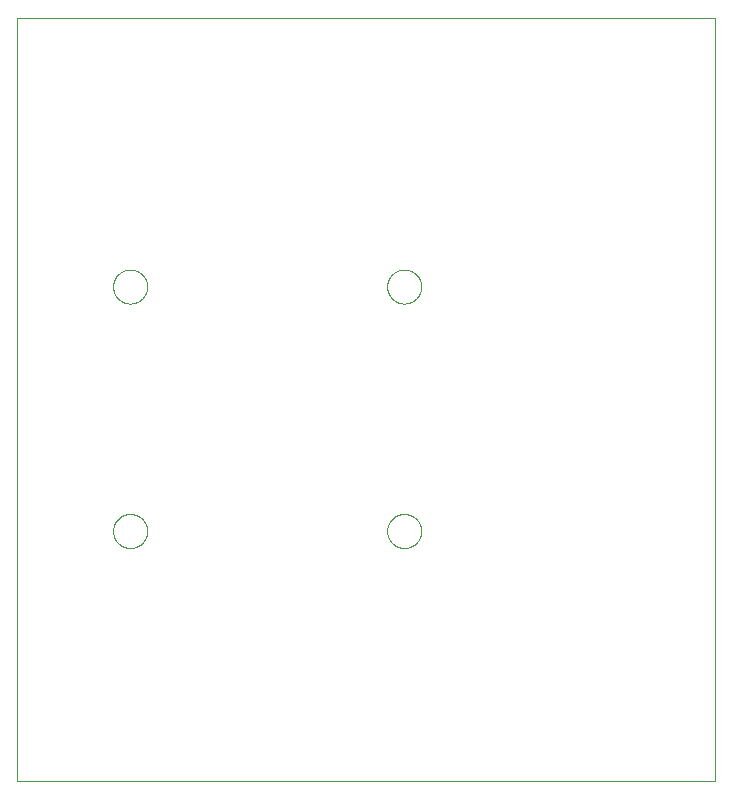
<source format=gko>
G75*
%MOIN*%
%OFA0B0*%
%FSLAX25Y25*%
%IPPOS*%
%LPD*%
%AMOC8*
5,1,8,0,0,1.08239X$1,22.5*
%
%ADD10C,0.00000*%
D10*
X0001000Y0048484D02*
X0001000Y0302642D01*
X0233572Y0302642D01*
X0233572Y0048484D01*
X0001000Y0048484D01*
X0032903Y0131776D02*
X0032905Y0131926D01*
X0032911Y0132076D01*
X0032921Y0132226D01*
X0032935Y0132376D01*
X0032953Y0132525D01*
X0032975Y0132674D01*
X0033000Y0132822D01*
X0033030Y0132969D01*
X0033064Y0133116D01*
X0033101Y0133261D01*
X0033142Y0133406D01*
X0033187Y0133549D01*
X0033236Y0133691D01*
X0033289Y0133832D01*
X0033345Y0133971D01*
X0033405Y0134109D01*
X0033469Y0134245D01*
X0033536Y0134380D01*
X0033607Y0134512D01*
X0033681Y0134643D01*
X0033759Y0134772D01*
X0033840Y0134898D01*
X0033925Y0135022D01*
X0034012Y0135145D01*
X0034103Y0135264D01*
X0034197Y0135381D01*
X0034294Y0135496D01*
X0034394Y0135608D01*
X0034498Y0135718D01*
X0034603Y0135824D01*
X0034712Y0135928D01*
X0034824Y0136029D01*
X0034938Y0136127D01*
X0035054Y0136222D01*
X0035173Y0136313D01*
X0035295Y0136402D01*
X0035419Y0136487D01*
X0035545Y0136569D01*
X0035673Y0136647D01*
X0035803Y0136723D01*
X0035935Y0136794D01*
X0036069Y0136862D01*
X0036205Y0136927D01*
X0036342Y0136988D01*
X0036481Y0137045D01*
X0036621Y0137099D01*
X0036763Y0137149D01*
X0036906Y0137195D01*
X0037050Y0137237D01*
X0037196Y0137275D01*
X0037342Y0137310D01*
X0037489Y0137341D01*
X0037637Y0137367D01*
X0037786Y0137390D01*
X0037935Y0137409D01*
X0038084Y0137424D01*
X0038234Y0137435D01*
X0038384Y0137442D01*
X0038534Y0137445D01*
X0038685Y0137444D01*
X0038835Y0137439D01*
X0038985Y0137430D01*
X0039135Y0137417D01*
X0039284Y0137400D01*
X0039433Y0137379D01*
X0039581Y0137354D01*
X0039729Y0137326D01*
X0039875Y0137293D01*
X0040021Y0137257D01*
X0040166Y0137216D01*
X0040310Y0137172D01*
X0040452Y0137124D01*
X0040593Y0137072D01*
X0040733Y0137017D01*
X0040871Y0136958D01*
X0041007Y0136895D01*
X0041142Y0136829D01*
X0041275Y0136759D01*
X0041406Y0136685D01*
X0041536Y0136609D01*
X0041663Y0136528D01*
X0041788Y0136445D01*
X0041910Y0136358D01*
X0042031Y0136268D01*
X0042148Y0136175D01*
X0042264Y0136078D01*
X0042376Y0135979D01*
X0042487Y0135876D01*
X0042594Y0135771D01*
X0042698Y0135663D01*
X0042800Y0135553D01*
X0042899Y0135439D01*
X0042994Y0135323D01*
X0043087Y0135205D01*
X0043176Y0135084D01*
X0043262Y0134961D01*
X0043345Y0134835D01*
X0043424Y0134708D01*
X0043500Y0134578D01*
X0043573Y0134446D01*
X0043642Y0134313D01*
X0043707Y0134177D01*
X0043769Y0134041D01*
X0043827Y0133902D01*
X0043882Y0133762D01*
X0043933Y0133620D01*
X0043980Y0133478D01*
X0044023Y0133334D01*
X0044062Y0133189D01*
X0044098Y0133043D01*
X0044129Y0132896D01*
X0044157Y0132748D01*
X0044181Y0132600D01*
X0044201Y0132451D01*
X0044217Y0132301D01*
X0044229Y0132151D01*
X0044237Y0132001D01*
X0044241Y0131851D01*
X0044241Y0131701D01*
X0044237Y0131551D01*
X0044229Y0131401D01*
X0044217Y0131251D01*
X0044201Y0131101D01*
X0044181Y0130952D01*
X0044157Y0130804D01*
X0044129Y0130656D01*
X0044098Y0130509D01*
X0044062Y0130363D01*
X0044023Y0130218D01*
X0043980Y0130074D01*
X0043933Y0129932D01*
X0043882Y0129790D01*
X0043827Y0129650D01*
X0043769Y0129511D01*
X0043707Y0129375D01*
X0043642Y0129239D01*
X0043573Y0129106D01*
X0043500Y0128974D01*
X0043424Y0128844D01*
X0043345Y0128717D01*
X0043262Y0128591D01*
X0043176Y0128468D01*
X0043087Y0128347D01*
X0042994Y0128229D01*
X0042899Y0128113D01*
X0042800Y0127999D01*
X0042698Y0127889D01*
X0042594Y0127781D01*
X0042487Y0127676D01*
X0042376Y0127573D01*
X0042264Y0127474D01*
X0042148Y0127377D01*
X0042031Y0127284D01*
X0041910Y0127194D01*
X0041788Y0127107D01*
X0041663Y0127024D01*
X0041536Y0126943D01*
X0041407Y0126867D01*
X0041275Y0126793D01*
X0041142Y0126723D01*
X0041007Y0126657D01*
X0040871Y0126594D01*
X0040733Y0126535D01*
X0040593Y0126480D01*
X0040452Y0126428D01*
X0040310Y0126380D01*
X0040166Y0126336D01*
X0040021Y0126295D01*
X0039875Y0126259D01*
X0039729Y0126226D01*
X0039581Y0126198D01*
X0039433Y0126173D01*
X0039284Y0126152D01*
X0039135Y0126135D01*
X0038985Y0126122D01*
X0038835Y0126113D01*
X0038685Y0126108D01*
X0038534Y0126107D01*
X0038384Y0126110D01*
X0038234Y0126117D01*
X0038084Y0126128D01*
X0037935Y0126143D01*
X0037786Y0126162D01*
X0037637Y0126185D01*
X0037489Y0126211D01*
X0037342Y0126242D01*
X0037196Y0126277D01*
X0037050Y0126315D01*
X0036906Y0126357D01*
X0036763Y0126403D01*
X0036621Y0126453D01*
X0036481Y0126507D01*
X0036342Y0126564D01*
X0036205Y0126625D01*
X0036069Y0126690D01*
X0035935Y0126758D01*
X0035803Y0126829D01*
X0035673Y0126905D01*
X0035545Y0126983D01*
X0035419Y0127065D01*
X0035295Y0127150D01*
X0035173Y0127239D01*
X0035054Y0127330D01*
X0034938Y0127425D01*
X0034824Y0127523D01*
X0034712Y0127624D01*
X0034603Y0127728D01*
X0034498Y0127834D01*
X0034394Y0127944D01*
X0034294Y0128056D01*
X0034197Y0128171D01*
X0034103Y0128288D01*
X0034012Y0128407D01*
X0033925Y0128530D01*
X0033840Y0128654D01*
X0033759Y0128780D01*
X0033681Y0128909D01*
X0033607Y0129040D01*
X0033536Y0129172D01*
X0033469Y0129307D01*
X0033405Y0129443D01*
X0033345Y0129581D01*
X0033289Y0129720D01*
X0033236Y0129861D01*
X0033187Y0130003D01*
X0033142Y0130146D01*
X0033101Y0130291D01*
X0033064Y0130436D01*
X0033030Y0130583D01*
X0033000Y0130730D01*
X0032975Y0130878D01*
X0032953Y0131027D01*
X0032935Y0131176D01*
X0032921Y0131326D01*
X0032911Y0131476D01*
X0032905Y0131626D01*
X0032903Y0131776D01*
X0032903Y0213272D02*
X0032905Y0213422D01*
X0032911Y0213572D01*
X0032921Y0213722D01*
X0032935Y0213872D01*
X0032953Y0214021D01*
X0032975Y0214170D01*
X0033000Y0214318D01*
X0033030Y0214465D01*
X0033064Y0214612D01*
X0033101Y0214757D01*
X0033142Y0214902D01*
X0033187Y0215045D01*
X0033236Y0215187D01*
X0033289Y0215328D01*
X0033345Y0215467D01*
X0033405Y0215605D01*
X0033469Y0215741D01*
X0033536Y0215876D01*
X0033607Y0216008D01*
X0033681Y0216139D01*
X0033759Y0216268D01*
X0033840Y0216394D01*
X0033925Y0216518D01*
X0034012Y0216641D01*
X0034103Y0216760D01*
X0034197Y0216877D01*
X0034294Y0216992D01*
X0034394Y0217104D01*
X0034498Y0217214D01*
X0034603Y0217320D01*
X0034712Y0217424D01*
X0034824Y0217525D01*
X0034938Y0217623D01*
X0035054Y0217718D01*
X0035173Y0217809D01*
X0035295Y0217898D01*
X0035419Y0217983D01*
X0035545Y0218065D01*
X0035673Y0218143D01*
X0035803Y0218219D01*
X0035935Y0218290D01*
X0036069Y0218358D01*
X0036205Y0218423D01*
X0036342Y0218484D01*
X0036481Y0218541D01*
X0036621Y0218595D01*
X0036763Y0218645D01*
X0036906Y0218691D01*
X0037050Y0218733D01*
X0037196Y0218771D01*
X0037342Y0218806D01*
X0037489Y0218837D01*
X0037637Y0218863D01*
X0037786Y0218886D01*
X0037935Y0218905D01*
X0038084Y0218920D01*
X0038234Y0218931D01*
X0038384Y0218938D01*
X0038534Y0218941D01*
X0038685Y0218940D01*
X0038835Y0218935D01*
X0038985Y0218926D01*
X0039135Y0218913D01*
X0039284Y0218896D01*
X0039433Y0218875D01*
X0039581Y0218850D01*
X0039729Y0218822D01*
X0039875Y0218789D01*
X0040021Y0218753D01*
X0040166Y0218712D01*
X0040310Y0218668D01*
X0040452Y0218620D01*
X0040593Y0218568D01*
X0040733Y0218513D01*
X0040871Y0218454D01*
X0041007Y0218391D01*
X0041142Y0218325D01*
X0041275Y0218255D01*
X0041406Y0218181D01*
X0041536Y0218105D01*
X0041663Y0218024D01*
X0041788Y0217941D01*
X0041910Y0217854D01*
X0042031Y0217764D01*
X0042148Y0217671D01*
X0042264Y0217574D01*
X0042376Y0217475D01*
X0042487Y0217372D01*
X0042594Y0217267D01*
X0042698Y0217159D01*
X0042800Y0217049D01*
X0042899Y0216935D01*
X0042994Y0216819D01*
X0043087Y0216701D01*
X0043176Y0216580D01*
X0043262Y0216457D01*
X0043345Y0216331D01*
X0043424Y0216204D01*
X0043500Y0216074D01*
X0043573Y0215942D01*
X0043642Y0215809D01*
X0043707Y0215673D01*
X0043769Y0215537D01*
X0043827Y0215398D01*
X0043882Y0215258D01*
X0043933Y0215116D01*
X0043980Y0214974D01*
X0044023Y0214830D01*
X0044062Y0214685D01*
X0044098Y0214539D01*
X0044129Y0214392D01*
X0044157Y0214244D01*
X0044181Y0214096D01*
X0044201Y0213947D01*
X0044217Y0213797D01*
X0044229Y0213647D01*
X0044237Y0213497D01*
X0044241Y0213347D01*
X0044241Y0213197D01*
X0044237Y0213047D01*
X0044229Y0212897D01*
X0044217Y0212747D01*
X0044201Y0212597D01*
X0044181Y0212448D01*
X0044157Y0212300D01*
X0044129Y0212152D01*
X0044098Y0212005D01*
X0044062Y0211859D01*
X0044023Y0211714D01*
X0043980Y0211570D01*
X0043933Y0211428D01*
X0043882Y0211286D01*
X0043827Y0211146D01*
X0043769Y0211007D01*
X0043707Y0210871D01*
X0043642Y0210735D01*
X0043573Y0210602D01*
X0043500Y0210470D01*
X0043424Y0210340D01*
X0043345Y0210213D01*
X0043262Y0210087D01*
X0043176Y0209964D01*
X0043087Y0209843D01*
X0042994Y0209725D01*
X0042899Y0209609D01*
X0042800Y0209495D01*
X0042698Y0209385D01*
X0042594Y0209277D01*
X0042487Y0209172D01*
X0042376Y0209069D01*
X0042264Y0208970D01*
X0042148Y0208873D01*
X0042031Y0208780D01*
X0041910Y0208690D01*
X0041788Y0208603D01*
X0041663Y0208520D01*
X0041536Y0208439D01*
X0041407Y0208363D01*
X0041275Y0208289D01*
X0041142Y0208219D01*
X0041007Y0208153D01*
X0040871Y0208090D01*
X0040733Y0208031D01*
X0040593Y0207976D01*
X0040452Y0207924D01*
X0040310Y0207876D01*
X0040166Y0207832D01*
X0040021Y0207791D01*
X0039875Y0207755D01*
X0039729Y0207722D01*
X0039581Y0207694D01*
X0039433Y0207669D01*
X0039284Y0207648D01*
X0039135Y0207631D01*
X0038985Y0207618D01*
X0038835Y0207609D01*
X0038685Y0207604D01*
X0038534Y0207603D01*
X0038384Y0207606D01*
X0038234Y0207613D01*
X0038084Y0207624D01*
X0037935Y0207639D01*
X0037786Y0207658D01*
X0037637Y0207681D01*
X0037489Y0207707D01*
X0037342Y0207738D01*
X0037196Y0207773D01*
X0037050Y0207811D01*
X0036906Y0207853D01*
X0036763Y0207899D01*
X0036621Y0207949D01*
X0036481Y0208003D01*
X0036342Y0208060D01*
X0036205Y0208121D01*
X0036069Y0208186D01*
X0035935Y0208254D01*
X0035803Y0208325D01*
X0035673Y0208401D01*
X0035545Y0208479D01*
X0035419Y0208561D01*
X0035295Y0208646D01*
X0035173Y0208735D01*
X0035054Y0208826D01*
X0034938Y0208921D01*
X0034824Y0209019D01*
X0034712Y0209120D01*
X0034603Y0209224D01*
X0034498Y0209330D01*
X0034394Y0209440D01*
X0034294Y0209552D01*
X0034197Y0209667D01*
X0034103Y0209784D01*
X0034012Y0209903D01*
X0033925Y0210026D01*
X0033840Y0210150D01*
X0033759Y0210276D01*
X0033681Y0210405D01*
X0033607Y0210536D01*
X0033536Y0210668D01*
X0033469Y0210803D01*
X0033405Y0210939D01*
X0033345Y0211077D01*
X0033289Y0211216D01*
X0033236Y0211357D01*
X0033187Y0211499D01*
X0033142Y0211642D01*
X0033101Y0211787D01*
X0033064Y0211932D01*
X0033030Y0212079D01*
X0033000Y0212226D01*
X0032975Y0212374D01*
X0032953Y0212523D01*
X0032935Y0212672D01*
X0032921Y0212822D01*
X0032911Y0212972D01*
X0032905Y0213122D01*
X0032903Y0213272D01*
X0124242Y0213272D02*
X0124244Y0213422D01*
X0124250Y0213572D01*
X0124260Y0213722D01*
X0124274Y0213872D01*
X0124292Y0214021D01*
X0124314Y0214170D01*
X0124339Y0214318D01*
X0124369Y0214465D01*
X0124403Y0214612D01*
X0124440Y0214757D01*
X0124481Y0214902D01*
X0124526Y0215045D01*
X0124575Y0215187D01*
X0124628Y0215328D01*
X0124684Y0215467D01*
X0124744Y0215605D01*
X0124808Y0215741D01*
X0124875Y0215876D01*
X0124946Y0216008D01*
X0125020Y0216139D01*
X0125098Y0216268D01*
X0125179Y0216394D01*
X0125264Y0216518D01*
X0125351Y0216641D01*
X0125442Y0216760D01*
X0125536Y0216877D01*
X0125633Y0216992D01*
X0125733Y0217104D01*
X0125837Y0217214D01*
X0125942Y0217320D01*
X0126051Y0217424D01*
X0126163Y0217525D01*
X0126277Y0217623D01*
X0126393Y0217718D01*
X0126512Y0217809D01*
X0126634Y0217898D01*
X0126758Y0217983D01*
X0126884Y0218065D01*
X0127012Y0218143D01*
X0127142Y0218219D01*
X0127274Y0218290D01*
X0127408Y0218358D01*
X0127544Y0218423D01*
X0127681Y0218484D01*
X0127820Y0218541D01*
X0127960Y0218595D01*
X0128102Y0218645D01*
X0128245Y0218691D01*
X0128389Y0218733D01*
X0128535Y0218771D01*
X0128681Y0218806D01*
X0128828Y0218837D01*
X0128976Y0218863D01*
X0129125Y0218886D01*
X0129274Y0218905D01*
X0129423Y0218920D01*
X0129573Y0218931D01*
X0129723Y0218938D01*
X0129873Y0218941D01*
X0130024Y0218940D01*
X0130174Y0218935D01*
X0130324Y0218926D01*
X0130474Y0218913D01*
X0130623Y0218896D01*
X0130772Y0218875D01*
X0130920Y0218850D01*
X0131068Y0218822D01*
X0131214Y0218789D01*
X0131360Y0218753D01*
X0131505Y0218712D01*
X0131649Y0218668D01*
X0131791Y0218620D01*
X0131932Y0218568D01*
X0132072Y0218513D01*
X0132210Y0218454D01*
X0132346Y0218391D01*
X0132481Y0218325D01*
X0132614Y0218255D01*
X0132745Y0218181D01*
X0132875Y0218105D01*
X0133002Y0218024D01*
X0133127Y0217941D01*
X0133249Y0217854D01*
X0133370Y0217764D01*
X0133487Y0217671D01*
X0133603Y0217574D01*
X0133715Y0217475D01*
X0133826Y0217372D01*
X0133933Y0217267D01*
X0134037Y0217159D01*
X0134139Y0217049D01*
X0134238Y0216935D01*
X0134333Y0216819D01*
X0134426Y0216701D01*
X0134515Y0216580D01*
X0134601Y0216457D01*
X0134684Y0216331D01*
X0134763Y0216204D01*
X0134839Y0216074D01*
X0134912Y0215942D01*
X0134981Y0215809D01*
X0135046Y0215673D01*
X0135108Y0215537D01*
X0135166Y0215398D01*
X0135221Y0215258D01*
X0135272Y0215116D01*
X0135319Y0214974D01*
X0135362Y0214830D01*
X0135401Y0214685D01*
X0135437Y0214539D01*
X0135468Y0214392D01*
X0135496Y0214244D01*
X0135520Y0214096D01*
X0135540Y0213947D01*
X0135556Y0213797D01*
X0135568Y0213647D01*
X0135576Y0213497D01*
X0135580Y0213347D01*
X0135580Y0213197D01*
X0135576Y0213047D01*
X0135568Y0212897D01*
X0135556Y0212747D01*
X0135540Y0212597D01*
X0135520Y0212448D01*
X0135496Y0212300D01*
X0135468Y0212152D01*
X0135437Y0212005D01*
X0135401Y0211859D01*
X0135362Y0211714D01*
X0135319Y0211570D01*
X0135272Y0211428D01*
X0135221Y0211286D01*
X0135166Y0211146D01*
X0135108Y0211007D01*
X0135046Y0210871D01*
X0134981Y0210735D01*
X0134912Y0210602D01*
X0134839Y0210470D01*
X0134763Y0210340D01*
X0134684Y0210213D01*
X0134601Y0210087D01*
X0134515Y0209964D01*
X0134426Y0209843D01*
X0134333Y0209725D01*
X0134238Y0209609D01*
X0134139Y0209495D01*
X0134037Y0209385D01*
X0133933Y0209277D01*
X0133826Y0209172D01*
X0133715Y0209069D01*
X0133603Y0208970D01*
X0133487Y0208873D01*
X0133370Y0208780D01*
X0133249Y0208690D01*
X0133127Y0208603D01*
X0133002Y0208520D01*
X0132875Y0208439D01*
X0132746Y0208363D01*
X0132614Y0208289D01*
X0132481Y0208219D01*
X0132346Y0208153D01*
X0132210Y0208090D01*
X0132072Y0208031D01*
X0131932Y0207976D01*
X0131791Y0207924D01*
X0131649Y0207876D01*
X0131505Y0207832D01*
X0131360Y0207791D01*
X0131214Y0207755D01*
X0131068Y0207722D01*
X0130920Y0207694D01*
X0130772Y0207669D01*
X0130623Y0207648D01*
X0130474Y0207631D01*
X0130324Y0207618D01*
X0130174Y0207609D01*
X0130024Y0207604D01*
X0129873Y0207603D01*
X0129723Y0207606D01*
X0129573Y0207613D01*
X0129423Y0207624D01*
X0129274Y0207639D01*
X0129125Y0207658D01*
X0128976Y0207681D01*
X0128828Y0207707D01*
X0128681Y0207738D01*
X0128535Y0207773D01*
X0128389Y0207811D01*
X0128245Y0207853D01*
X0128102Y0207899D01*
X0127960Y0207949D01*
X0127820Y0208003D01*
X0127681Y0208060D01*
X0127544Y0208121D01*
X0127408Y0208186D01*
X0127274Y0208254D01*
X0127142Y0208325D01*
X0127012Y0208401D01*
X0126884Y0208479D01*
X0126758Y0208561D01*
X0126634Y0208646D01*
X0126512Y0208735D01*
X0126393Y0208826D01*
X0126277Y0208921D01*
X0126163Y0209019D01*
X0126051Y0209120D01*
X0125942Y0209224D01*
X0125837Y0209330D01*
X0125733Y0209440D01*
X0125633Y0209552D01*
X0125536Y0209667D01*
X0125442Y0209784D01*
X0125351Y0209903D01*
X0125264Y0210026D01*
X0125179Y0210150D01*
X0125098Y0210276D01*
X0125020Y0210405D01*
X0124946Y0210536D01*
X0124875Y0210668D01*
X0124808Y0210803D01*
X0124744Y0210939D01*
X0124684Y0211077D01*
X0124628Y0211216D01*
X0124575Y0211357D01*
X0124526Y0211499D01*
X0124481Y0211642D01*
X0124440Y0211787D01*
X0124403Y0211932D01*
X0124369Y0212079D01*
X0124339Y0212226D01*
X0124314Y0212374D01*
X0124292Y0212523D01*
X0124274Y0212672D01*
X0124260Y0212822D01*
X0124250Y0212972D01*
X0124244Y0213122D01*
X0124242Y0213272D01*
X0124242Y0131776D02*
X0124244Y0131926D01*
X0124250Y0132076D01*
X0124260Y0132226D01*
X0124274Y0132376D01*
X0124292Y0132525D01*
X0124314Y0132674D01*
X0124339Y0132822D01*
X0124369Y0132969D01*
X0124403Y0133116D01*
X0124440Y0133261D01*
X0124481Y0133406D01*
X0124526Y0133549D01*
X0124575Y0133691D01*
X0124628Y0133832D01*
X0124684Y0133971D01*
X0124744Y0134109D01*
X0124808Y0134245D01*
X0124875Y0134380D01*
X0124946Y0134512D01*
X0125020Y0134643D01*
X0125098Y0134772D01*
X0125179Y0134898D01*
X0125264Y0135022D01*
X0125351Y0135145D01*
X0125442Y0135264D01*
X0125536Y0135381D01*
X0125633Y0135496D01*
X0125733Y0135608D01*
X0125837Y0135718D01*
X0125942Y0135824D01*
X0126051Y0135928D01*
X0126163Y0136029D01*
X0126277Y0136127D01*
X0126393Y0136222D01*
X0126512Y0136313D01*
X0126634Y0136402D01*
X0126758Y0136487D01*
X0126884Y0136569D01*
X0127012Y0136647D01*
X0127142Y0136723D01*
X0127274Y0136794D01*
X0127408Y0136862D01*
X0127544Y0136927D01*
X0127681Y0136988D01*
X0127820Y0137045D01*
X0127960Y0137099D01*
X0128102Y0137149D01*
X0128245Y0137195D01*
X0128389Y0137237D01*
X0128535Y0137275D01*
X0128681Y0137310D01*
X0128828Y0137341D01*
X0128976Y0137367D01*
X0129125Y0137390D01*
X0129274Y0137409D01*
X0129423Y0137424D01*
X0129573Y0137435D01*
X0129723Y0137442D01*
X0129873Y0137445D01*
X0130024Y0137444D01*
X0130174Y0137439D01*
X0130324Y0137430D01*
X0130474Y0137417D01*
X0130623Y0137400D01*
X0130772Y0137379D01*
X0130920Y0137354D01*
X0131068Y0137326D01*
X0131214Y0137293D01*
X0131360Y0137257D01*
X0131505Y0137216D01*
X0131649Y0137172D01*
X0131791Y0137124D01*
X0131932Y0137072D01*
X0132072Y0137017D01*
X0132210Y0136958D01*
X0132346Y0136895D01*
X0132481Y0136829D01*
X0132614Y0136759D01*
X0132745Y0136685D01*
X0132875Y0136609D01*
X0133002Y0136528D01*
X0133127Y0136445D01*
X0133249Y0136358D01*
X0133370Y0136268D01*
X0133487Y0136175D01*
X0133603Y0136078D01*
X0133715Y0135979D01*
X0133826Y0135876D01*
X0133933Y0135771D01*
X0134037Y0135663D01*
X0134139Y0135553D01*
X0134238Y0135439D01*
X0134333Y0135323D01*
X0134426Y0135205D01*
X0134515Y0135084D01*
X0134601Y0134961D01*
X0134684Y0134835D01*
X0134763Y0134708D01*
X0134839Y0134578D01*
X0134912Y0134446D01*
X0134981Y0134313D01*
X0135046Y0134177D01*
X0135108Y0134041D01*
X0135166Y0133902D01*
X0135221Y0133762D01*
X0135272Y0133620D01*
X0135319Y0133478D01*
X0135362Y0133334D01*
X0135401Y0133189D01*
X0135437Y0133043D01*
X0135468Y0132896D01*
X0135496Y0132748D01*
X0135520Y0132600D01*
X0135540Y0132451D01*
X0135556Y0132301D01*
X0135568Y0132151D01*
X0135576Y0132001D01*
X0135580Y0131851D01*
X0135580Y0131701D01*
X0135576Y0131551D01*
X0135568Y0131401D01*
X0135556Y0131251D01*
X0135540Y0131101D01*
X0135520Y0130952D01*
X0135496Y0130804D01*
X0135468Y0130656D01*
X0135437Y0130509D01*
X0135401Y0130363D01*
X0135362Y0130218D01*
X0135319Y0130074D01*
X0135272Y0129932D01*
X0135221Y0129790D01*
X0135166Y0129650D01*
X0135108Y0129511D01*
X0135046Y0129375D01*
X0134981Y0129239D01*
X0134912Y0129106D01*
X0134839Y0128974D01*
X0134763Y0128844D01*
X0134684Y0128717D01*
X0134601Y0128591D01*
X0134515Y0128468D01*
X0134426Y0128347D01*
X0134333Y0128229D01*
X0134238Y0128113D01*
X0134139Y0127999D01*
X0134037Y0127889D01*
X0133933Y0127781D01*
X0133826Y0127676D01*
X0133715Y0127573D01*
X0133603Y0127474D01*
X0133487Y0127377D01*
X0133370Y0127284D01*
X0133249Y0127194D01*
X0133127Y0127107D01*
X0133002Y0127024D01*
X0132875Y0126943D01*
X0132746Y0126867D01*
X0132614Y0126793D01*
X0132481Y0126723D01*
X0132346Y0126657D01*
X0132210Y0126594D01*
X0132072Y0126535D01*
X0131932Y0126480D01*
X0131791Y0126428D01*
X0131649Y0126380D01*
X0131505Y0126336D01*
X0131360Y0126295D01*
X0131214Y0126259D01*
X0131068Y0126226D01*
X0130920Y0126198D01*
X0130772Y0126173D01*
X0130623Y0126152D01*
X0130474Y0126135D01*
X0130324Y0126122D01*
X0130174Y0126113D01*
X0130024Y0126108D01*
X0129873Y0126107D01*
X0129723Y0126110D01*
X0129573Y0126117D01*
X0129423Y0126128D01*
X0129274Y0126143D01*
X0129125Y0126162D01*
X0128976Y0126185D01*
X0128828Y0126211D01*
X0128681Y0126242D01*
X0128535Y0126277D01*
X0128389Y0126315D01*
X0128245Y0126357D01*
X0128102Y0126403D01*
X0127960Y0126453D01*
X0127820Y0126507D01*
X0127681Y0126564D01*
X0127544Y0126625D01*
X0127408Y0126690D01*
X0127274Y0126758D01*
X0127142Y0126829D01*
X0127012Y0126905D01*
X0126884Y0126983D01*
X0126758Y0127065D01*
X0126634Y0127150D01*
X0126512Y0127239D01*
X0126393Y0127330D01*
X0126277Y0127425D01*
X0126163Y0127523D01*
X0126051Y0127624D01*
X0125942Y0127728D01*
X0125837Y0127834D01*
X0125733Y0127944D01*
X0125633Y0128056D01*
X0125536Y0128171D01*
X0125442Y0128288D01*
X0125351Y0128407D01*
X0125264Y0128530D01*
X0125179Y0128654D01*
X0125098Y0128780D01*
X0125020Y0128909D01*
X0124946Y0129040D01*
X0124875Y0129172D01*
X0124808Y0129307D01*
X0124744Y0129443D01*
X0124684Y0129581D01*
X0124628Y0129720D01*
X0124575Y0129861D01*
X0124526Y0130003D01*
X0124481Y0130146D01*
X0124440Y0130291D01*
X0124403Y0130436D01*
X0124369Y0130583D01*
X0124339Y0130730D01*
X0124314Y0130878D01*
X0124292Y0131027D01*
X0124274Y0131176D01*
X0124260Y0131326D01*
X0124250Y0131476D01*
X0124244Y0131626D01*
X0124242Y0131776D01*
M02*

</source>
